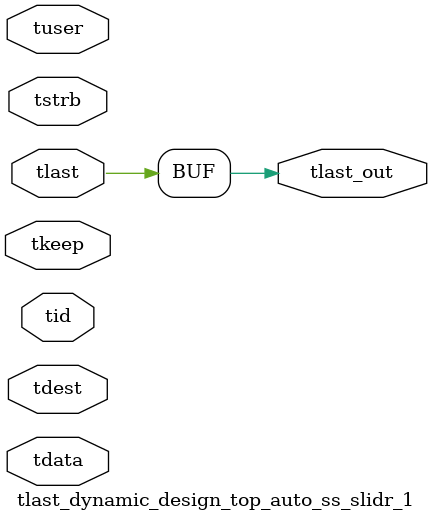
<source format=v>


`timescale 1ps/1ps

module tlast_dynamic_design_top_auto_ss_slidr_1 #
(
parameter C_S_AXIS_TID_WIDTH   = 1,
parameter C_S_AXIS_TUSER_WIDTH = 0,
parameter C_S_AXIS_TDATA_WIDTH = 0,
parameter C_S_AXIS_TDEST_WIDTH = 0
)
(
input  [(C_S_AXIS_TID_WIDTH   == 0 ? 1 : C_S_AXIS_TID_WIDTH)-1:0       ] tid,
input  [(C_S_AXIS_TDATA_WIDTH == 0 ? 1 : C_S_AXIS_TDATA_WIDTH)-1:0     ] tdata,
input  [(C_S_AXIS_TUSER_WIDTH == 0 ? 1 : C_S_AXIS_TUSER_WIDTH)-1:0     ] tuser,
input  [(C_S_AXIS_TDEST_WIDTH == 0 ? 1 : C_S_AXIS_TDEST_WIDTH)-1:0     ] tdest,
input  [(C_S_AXIS_TDATA_WIDTH/8)-1:0 ] tkeep,
input  [(C_S_AXIS_TDATA_WIDTH/8)-1:0 ] tstrb,
input  [0:0]                                                             tlast,
output                                                                   tlast_out
);

assign tlast_out = {tlast};

endmodule


</source>
